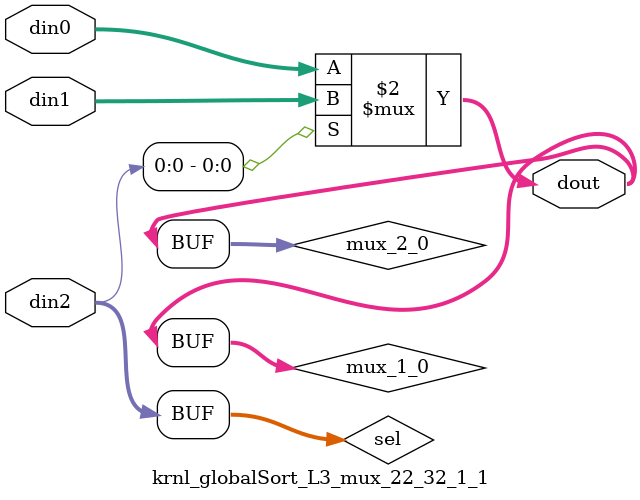
<source format=v>

`timescale 1ns/1ps

module krnl_globalSort_L3_mux_22_32_1_1 #(
parameter
    ID                = 0,
    NUM_STAGE         = 1,
    din0_WIDTH       = 32,
    din1_WIDTH       = 32,
    din2_WIDTH         = 32,
    dout_WIDTH            = 32
)(
    input  [31 : 0]     din0,
    input  [31 : 0]     din1,
    input  [1 : 0]    din2,
    output [31 : 0]   dout);

// puts internal signals
wire [1 : 0]     sel;
// level 1 signals
wire [31 : 0]         mux_1_0;
// level 2 signals
wire [31 : 0]         mux_2_0;

assign sel = din2;

// Generate level 1 logic
assign mux_1_0 = (sel[0] == 0)? din0 : din1;

// Generate level 2 logic
assign mux_2_0 = mux_1_0;

// output logic
assign dout = mux_2_0;

endmodule

</source>
